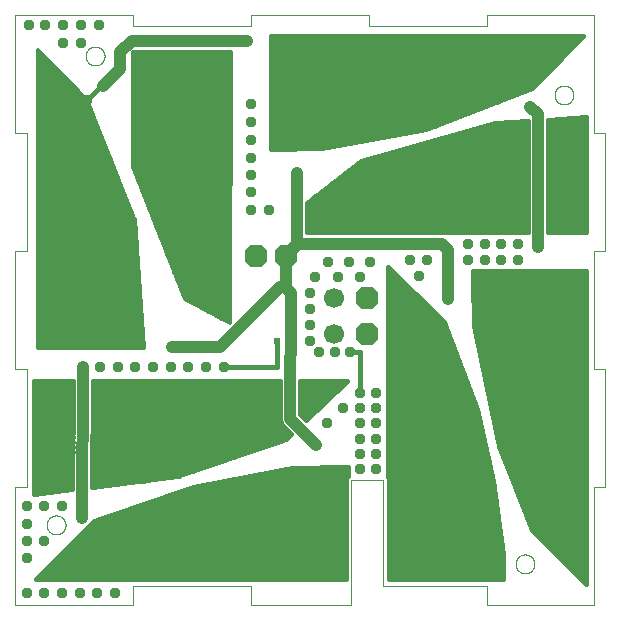
<source format=gbl>
G75*
%MOIN*%
%OFA0B0*%
%FSLAX25Y25*%
%IPPOS*%
%LPD*%
%AMOC8*
5,1,8,0,0,1.08239X$1,22.5*
%
%ADD10C,0.00004*%
%ADD11C,0.00000*%
%ADD12OC8,0.07600*%
%ADD13C,0.06693*%
%ADD14OC8,0.03562*%
%ADD15C,0.01181*%
%ADD16C,0.01600*%
%ADD17C,0.03562*%
%ADD18C,0.03937*%
%ADD19C,0.02381*%
D10*
X0001591Y0001591D02*
X0040961Y0001591D01*
X0040961Y0007890D01*
X0080331Y0007890D01*
X0080331Y0001591D01*
X0113795Y0001591D01*
X0113795Y0043323D01*
X0124425Y0043323D01*
X0124425Y0007890D01*
X0159071Y0007890D01*
X0159071Y0001591D01*
X0194504Y0001591D01*
X0194504Y0040961D01*
X0198441Y0040961D01*
X0198441Y0080331D01*
X0194504Y0080331D01*
X0194504Y0119701D01*
X0198441Y0119701D01*
X0198441Y0159071D01*
X0194504Y0159071D01*
X0194504Y0198441D01*
X0159071Y0198441D01*
X0159071Y0194504D01*
X0119701Y0194504D01*
X0119701Y0198441D01*
X0080331Y0198441D01*
X0080331Y0194504D01*
X0040961Y0194504D01*
X0040961Y0198441D01*
X0001591Y0198441D01*
X0001591Y0159071D01*
X0005528Y0159071D01*
X0005528Y0119701D01*
X0001591Y0119701D01*
X0001591Y0080331D01*
X0005528Y0080331D01*
X0005528Y0040961D01*
X0001591Y0040961D01*
X0001591Y0001591D01*
D11*
X0012220Y0028362D02*
X0012222Y0028474D01*
X0012228Y0028585D01*
X0012238Y0028697D01*
X0012252Y0028808D01*
X0012269Y0028918D01*
X0012291Y0029028D01*
X0012317Y0029137D01*
X0012346Y0029245D01*
X0012379Y0029351D01*
X0012416Y0029457D01*
X0012457Y0029561D01*
X0012502Y0029664D01*
X0012550Y0029765D01*
X0012601Y0029864D01*
X0012656Y0029961D01*
X0012715Y0030056D01*
X0012776Y0030150D01*
X0012841Y0030241D01*
X0012910Y0030329D01*
X0012981Y0030415D01*
X0013055Y0030499D01*
X0013133Y0030579D01*
X0013213Y0030657D01*
X0013296Y0030733D01*
X0013381Y0030805D01*
X0013469Y0030874D01*
X0013559Y0030940D01*
X0013652Y0031002D01*
X0013747Y0031062D01*
X0013844Y0031118D01*
X0013942Y0031170D01*
X0014043Y0031219D01*
X0014145Y0031264D01*
X0014249Y0031306D01*
X0014354Y0031344D01*
X0014461Y0031378D01*
X0014568Y0031408D01*
X0014677Y0031435D01*
X0014786Y0031457D01*
X0014897Y0031476D01*
X0015007Y0031491D01*
X0015119Y0031502D01*
X0015230Y0031509D01*
X0015342Y0031512D01*
X0015454Y0031511D01*
X0015566Y0031506D01*
X0015677Y0031497D01*
X0015788Y0031484D01*
X0015899Y0031467D01*
X0016009Y0031447D01*
X0016118Y0031422D01*
X0016226Y0031394D01*
X0016333Y0031361D01*
X0016439Y0031325D01*
X0016543Y0031285D01*
X0016646Y0031242D01*
X0016748Y0031195D01*
X0016847Y0031144D01*
X0016945Y0031090D01*
X0017041Y0031032D01*
X0017135Y0030971D01*
X0017226Y0030907D01*
X0017315Y0030840D01*
X0017402Y0030769D01*
X0017486Y0030695D01*
X0017568Y0030619D01*
X0017646Y0030539D01*
X0017722Y0030457D01*
X0017795Y0030372D01*
X0017865Y0030285D01*
X0017931Y0030195D01*
X0017995Y0030103D01*
X0018055Y0030009D01*
X0018112Y0029913D01*
X0018165Y0029814D01*
X0018215Y0029714D01*
X0018261Y0029613D01*
X0018304Y0029509D01*
X0018343Y0029404D01*
X0018378Y0029298D01*
X0018409Y0029191D01*
X0018437Y0029082D01*
X0018460Y0028973D01*
X0018480Y0028863D01*
X0018496Y0028752D01*
X0018508Y0028641D01*
X0018516Y0028530D01*
X0018520Y0028418D01*
X0018520Y0028306D01*
X0018516Y0028194D01*
X0018508Y0028083D01*
X0018496Y0027972D01*
X0018480Y0027861D01*
X0018460Y0027751D01*
X0018437Y0027642D01*
X0018409Y0027533D01*
X0018378Y0027426D01*
X0018343Y0027320D01*
X0018304Y0027215D01*
X0018261Y0027111D01*
X0018215Y0027010D01*
X0018165Y0026910D01*
X0018112Y0026811D01*
X0018055Y0026715D01*
X0017995Y0026621D01*
X0017931Y0026529D01*
X0017865Y0026439D01*
X0017795Y0026352D01*
X0017722Y0026267D01*
X0017646Y0026185D01*
X0017568Y0026105D01*
X0017486Y0026029D01*
X0017402Y0025955D01*
X0017315Y0025884D01*
X0017226Y0025817D01*
X0017135Y0025753D01*
X0017041Y0025692D01*
X0016945Y0025634D01*
X0016847Y0025580D01*
X0016748Y0025529D01*
X0016646Y0025482D01*
X0016543Y0025439D01*
X0016439Y0025399D01*
X0016333Y0025363D01*
X0016226Y0025330D01*
X0016118Y0025302D01*
X0016009Y0025277D01*
X0015899Y0025257D01*
X0015788Y0025240D01*
X0015677Y0025227D01*
X0015566Y0025218D01*
X0015454Y0025213D01*
X0015342Y0025212D01*
X0015230Y0025215D01*
X0015119Y0025222D01*
X0015007Y0025233D01*
X0014897Y0025248D01*
X0014786Y0025267D01*
X0014677Y0025289D01*
X0014568Y0025316D01*
X0014461Y0025346D01*
X0014354Y0025380D01*
X0014249Y0025418D01*
X0014145Y0025460D01*
X0014043Y0025505D01*
X0013942Y0025554D01*
X0013844Y0025606D01*
X0013747Y0025662D01*
X0013652Y0025722D01*
X0013559Y0025784D01*
X0013469Y0025850D01*
X0013381Y0025919D01*
X0013296Y0025991D01*
X0013213Y0026067D01*
X0013133Y0026145D01*
X0013055Y0026225D01*
X0012981Y0026309D01*
X0012910Y0026395D01*
X0012841Y0026483D01*
X0012776Y0026574D01*
X0012715Y0026668D01*
X0012656Y0026763D01*
X0012601Y0026860D01*
X0012550Y0026959D01*
X0012502Y0027060D01*
X0012457Y0027163D01*
X0012416Y0027267D01*
X0012379Y0027373D01*
X0012346Y0027479D01*
X0012317Y0027587D01*
X0012291Y0027696D01*
X0012269Y0027806D01*
X0012252Y0027916D01*
X0012238Y0028027D01*
X0012228Y0028139D01*
X0012222Y0028250D01*
X0012220Y0028362D01*
X0105921Y0092142D02*
X0105923Y0092230D01*
X0105929Y0092318D01*
X0105939Y0092406D01*
X0105953Y0092494D01*
X0105970Y0092580D01*
X0105992Y0092666D01*
X0106017Y0092750D01*
X0106047Y0092834D01*
X0106079Y0092916D01*
X0106116Y0092996D01*
X0106156Y0093075D01*
X0106200Y0093152D01*
X0106247Y0093227D01*
X0106297Y0093299D01*
X0106351Y0093370D01*
X0106407Y0093437D01*
X0106467Y0093503D01*
X0106529Y0093565D01*
X0106595Y0093625D01*
X0106662Y0093681D01*
X0106733Y0093735D01*
X0106805Y0093785D01*
X0106880Y0093832D01*
X0106957Y0093876D01*
X0107036Y0093916D01*
X0107116Y0093953D01*
X0107198Y0093985D01*
X0107282Y0094015D01*
X0107366Y0094040D01*
X0107452Y0094062D01*
X0107538Y0094079D01*
X0107626Y0094093D01*
X0107714Y0094103D01*
X0107802Y0094109D01*
X0107890Y0094111D01*
X0107978Y0094109D01*
X0108066Y0094103D01*
X0108154Y0094093D01*
X0108242Y0094079D01*
X0108328Y0094062D01*
X0108414Y0094040D01*
X0108498Y0094015D01*
X0108582Y0093985D01*
X0108664Y0093953D01*
X0108744Y0093916D01*
X0108823Y0093876D01*
X0108900Y0093832D01*
X0108975Y0093785D01*
X0109047Y0093735D01*
X0109118Y0093681D01*
X0109185Y0093625D01*
X0109251Y0093565D01*
X0109313Y0093503D01*
X0109373Y0093437D01*
X0109429Y0093370D01*
X0109483Y0093299D01*
X0109533Y0093227D01*
X0109580Y0093152D01*
X0109624Y0093075D01*
X0109664Y0092996D01*
X0109701Y0092916D01*
X0109733Y0092834D01*
X0109763Y0092750D01*
X0109788Y0092666D01*
X0109810Y0092580D01*
X0109827Y0092494D01*
X0109841Y0092406D01*
X0109851Y0092318D01*
X0109857Y0092230D01*
X0109859Y0092142D01*
X0109857Y0092054D01*
X0109851Y0091966D01*
X0109841Y0091878D01*
X0109827Y0091790D01*
X0109810Y0091704D01*
X0109788Y0091618D01*
X0109763Y0091534D01*
X0109733Y0091450D01*
X0109701Y0091368D01*
X0109664Y0091288D01*
X0109624Y0091209D01*
X0109580Y0091132D01*
X0109533Y0091057D01*
X0109483Y0090985D01*
X0109429Y0090914D01*
X0109373Y0090847D01*
X0109313Y0090781D01*
X0109251Y0090719D01*
X0109185Y0090659D01*
X0109118Y0090603D01*
X0109047Y0090549D01*
X0108975Y0090499D01*
X0108900Y0090452D01*
X0108823Y0090408D01*
X0108744Y0090368D01*
X0108664Y0090331D01*
X0108582Y0090299D01*
X0108498Y0090269D01*
X0108414Y0090244D01*
X0108328Y0090222D01*
X0108242Y0090205D01*
X0108154Y0090191D01*
X0108066Y0090181D01*
X0107978Y0090175D01*
X0107890Y0090173D01*
X0107802Y0090175D01*
X0107714Y0090181D01*
X0107626Y0090191D01*
X0107538Y0090205D01*
X0107452Y0090222D01*
X0107366Y0090244D01*
X0107282Y0090269D01*
X0107198Y0090299D01*
X0107116Y0090331D01*
X0107036Y0090368D01*
X0106957Y0090408D01*
X0106880Y0090452D01*
X0106805Y0090499D01*
X0106733Y0090549D01*
X0106662Y0090603D01*
X0106595Y0090659D01*
X0106529Y0090719D01*
X0106467Y0090781D01*
X0106407Y0090847D01*
X0106351Y0090914D01*
X0106297Y0090985D01*
X0106247Y0091057D01*
X0106200Y0091132D01*
X0106156Y0091209D01*
X0106116Y0091288D01*
X0106079Y0091368D01*
X0106047Y0091450D01*
X0106017Y0091534D01*
X0105992Y0091618D01*
X0105970Y0091704D01*
X0105953Y0091790D01*
X0105939Y0091878D01*
X0105929Y0091966D01*
X0105923Y0092054D01*
X0105921Y0092142D01*
X0105921Y0103953D02*
X0105923Y0104041D01*
X0105929Y0104129D01*
X0105939Y0104217D01*
X0105953Y0104305D01*
X0105970Y0104391D01*
X0105992Y0104477D01*
X0106017Y0104561D01*
X0106047Y0104645D01*
X0106079Y0104727D01*
X0106116Y0104807D01*
X0106156Y0104886D01*
X0106200Y0104963D01*
X0106247Y0105038D01*
X0106297Y0105110D01*
X0106351Y0105181D01*
X0106407Y0105248D01*
X0106467Y0105314D01*
X0106529Y0105376D01*
X0106595Y0105436D01*
X0106662Y0105492D01*
X0106733Y0105546D01*
X0106805Y0105596D01*
X0106880Y0105643D01*
X0106957Y0105687D01*
X0107036Y0105727D01*
X0107116Y0105764D01*
X0107198Y0105796D01*
X0107282Y0105826D01*
X0107366Y0105851D01*
X0107452Y0105873D01*
X0107538Y0105890D01*
X0107626Y0105904D01*
X0107714Y0105914D01*
X0107802Y0105920D01*
X0107890Y0105922D01*
X0107978Y0105920D01*
X0108066Y0105914D01*
X0108154Y0105904D01*
X0108242Y0105890D01*
X0108328Y0105873D01*
X0108414Y0105851D01*
X0108498Y0105826D01*
X0108582Y0105796D01*
X0108664Y0105764D01*
X0108744Y0105727D01*
X0108823Y0105687D01*
X0108900Y0105643D01*
X0108975Y0105596D01*
X0109047Y0105546D01*
X0109118Y0105492D01*
X0109185Y0105436D01*
X0109251Y0105376D01*
X0109313Y0105314D01*
X0109373Y0105248D01*
X0109429Y0105181D01*
X0109483Y0105110D01*
X0109533Y0105038D01*
X0109580Y0104963D01*
X0109624Y0104886D01*
X0109664Y0104807D01*
X0109701Y0104727D01*
X0109733Y0104645D01*
X0109763Y0104561D01*
X0109788Y0104477D01*
X0109810Y0104391D01*
X0109827Y0104305D01*
X0109841Y0104217D01*
X0109851Y0104129D01*
X0109857Y0104041D01*
X0109859Y0103953D01*
X0109857Y0103865D01*
X0109851Y0103777D01*
X0109841Y0103689D01*
X0109827Y0103601D01*
X0109810Y0103515D01*
X0109788Y0103429D01*
X0109763Y0103345D01*
X0109733Y0103261D01*
X0109701Y0103179D01*
X0109664Y0103099D01*
X0109624Y0103020D01*
X0109580Y0102943D01*
X0109533Y0102868D01*
X0109483Y0102796D01*
X0109429Y0102725D01*
X0109373Y0102658D01*
X0109313Y0102592D01*
X0109251Y0102530D01*
X0109185Y0102470D01*
X0109118Y0102414D01*
X0109047Y0102360D01*
X0108975Y0102310D01*
X0108900Y0102263D01*
X0108823Y0102219D01*
X0108744Y0102179D01*
X0108664Y0102142D01*
X0108582Y0102110D01*
X0108498Y0102080D01*
X0108414Y0102055D01*
X0108328Y0102033D01*
X0108242Y0102016D01*
X0108154Y0102002D01*
X0108066Y0101992D01*
X0107978Y0101986D01*
X0107890Y0101984D01*
X0107802Y0101986D01*
X0107714Y0101992D01*
X0107626Y0102002D01*
X0107538Y0102016D01*
X0107452Y0102033D01*
X0107366Y0102055D01*
X0107282Y0102080D01*
X0107198Y0102110D01*
X0107116Y0102142D01*
X0107036Y0102179D01*
X0106957Y0102219D01*
X0106880Y0102263D01*
X0106805Y0102310D01*
X0106733Y0102360D01*
X0106662Y0102414D01*
X0106595Y0102470D01*
X0106529Y0102530D01*
X0106467Y0102592D01*
X0106407Y0102658D01*
X0106351Y0102725D01*
X0106297Y0102796D01*
X0106247Y0102868D01*
X0106200Y0102943D01*
X0106156Y0103020D01*
X0106116Y0103099D01*
X0106079Y0103179D01*
X0106047Y0103261D01*
X0106017Y0103345D01*
X0105992Y0103429D01*
X0105970Y0103515D01*
X0105953Y0103601D01*
X0105939Y0103689D01*
X0105929Y0103777D01*
X0105923Y0103865D01*
X0105921Y0103953D01*
X0181511Y0171669D02*
X0181513Y0171781D01*
X0181519Y0171892D01*
X0181529Y0172004D01*
X0181543Y0172115D01*
X0181560Y0172225D01*
X0181582Y0172335D01*
X0181608Y0172444D01*
X0181637Y0172552D01*
X0181670Y0172658D01*
X0181707Y0172764D01*
X0181748Y0172868D01*
X0181793Y0172971D01*
X0181841Y0173072D01*
X0181892Y0173171D01*
X0181947Y0173268D01*
X0182006Y0173363D01*
X0182067Y0173457D01*
X0182132Y0173548D01*
X0182201Y0173636D01*
X0182272Y0173722D01*
X0182346Y0173806D01*
X0182424Y0173886D01*
X0182504Y0173964D01*
X0182587Y0174040D01*
X0182672Y0174112D01*
X0182760Y0174181D01*
X0182850Y0174247D01*
X0182943Y0174309D01*
X0183038Y0174369D01*
X0183135Y0174425D01*
X0183233Y0174477D01*
X0183334Y0174526D01*
X0183436Y0174571D01*
X0183540Y0174613D01*
X0183645Y0174651D01*
X0183752Y0174685D01*
X0183859Y0174715D01*
X0183968Y0174742D01*
X0184077Y0174764D01*
X0184188Y0174783D01*
X0184298Y0174798D01*
X0184410Y0174809D01*
X0184521Y0174816D01*
X0184633Y0174819D01*
X0184745Y0174818D01*
X0184857Y0174813D01*
X0184968Y0174804D01*
X0185079Y0174791D01*
X0185190Y0174774D01*
X0185300Y0174754D01*
X0185409Y0174729D01*
X0185517Y0174701D01*
X0185624Y0174668D01*
X0185730Y0174632D01*
X0185834Y0174592D01*
X0185937Y0174549D01*
X0186039Y0174502D01*
X0186138Y0174451D01*
X0186236Y0174397D01*
X0186332Y0174339D01*
X0186426Y0174278D01*
X0186517Y0174214D01*
X0186606Y0174147D01*
X0186693Y0174076D01*
X0186777Y0174002D01*
X0186859Y0173926D01*
X0186937Y0173846D01*
X0187013Y0173764D01*
X0187086Y0173679D01*
X0187156Y0173592D01*
X0187222Y0173502D01*
X0187286Y0173410D01*
X0187346Y0173316D01*
X0187403Y0173220D01*
X0187456Y0173121D01*
X0187506Y0173021D01*
X0187552Y0172920D01*
X0187595Y0172816D01*
X0187634Y0172711D01*
X0187669Y0172605D01*
X0187700Y0172498D01*
X0187728Y0172389D01*
X0187751Y0172280D01*
X0187771Y0172170D01*
X0187787Y0172059D01*
X0187799Y0171948D01*
X0187807Y0171837D01*
X0187811Y0171725D01*
X0187811Y0171613D01*
X0187807Y0171501D01*
X0187799Y0171390D01*
X0187787Y0171279D01*
X0187771Y0171168D01*
X0187751Y0171058D01*
X0187728Y0170949D01*
X0187700Y0170840D01*
X0187669Y0170733D01*
X0187634Y0170627D01*
X0187595Y0170522D01*
X0187552Y0170418D01*
X0187506Y0170317D01*
X0187456Y0170217D01*
X0187403Y0170118D01*
X0187346Y0170022D01*
X0187286Y0169928D01*
X0187222Y0169836D01*
X0187156Y0169746D01*
X0187086Y0169659D01*
X0187013Y0169574D01*
X0186937Y0169492D01*
X0186859Y0169412D01*
X0186777Y0169336D01*
X0186693Y0169262D01*
X0186606Y0169191D01*
X0186517Y0169124D01*
X0186426Y0169060D01*
X0186332Y0168999D01*
X0186236Y0168941D01*
X0186138Y0168887D01*
X0186039Y0168836D01*
X0185937Y0168789D01*
X0185834Y0168746D01*
X0185730Y0168706D01*
X0185624Y0168670D01*
X0185517Y0168637D01*
X0185409Y0168609D01*
X0185300Y0168584D01*
X0185190Y0168564D01*
X0185079Y0168547D01*
X0184968Y0168534D01*
X0184857Y0168525D01*
X0184745Y0168520D01*
X0184633Y0168519D01*
X0184521Y0168522D01*
X0184410Y0168529D01*
X0184298Y0168540D01*
X0184188Y0168555D01*
X0184077Y0168574D01*
X0183968Y0168596D01*
X0183859Y0168623D01*
X0183752Y0168653D01*
X0183645Y0168687D01*
X0183540Y0168725D01*
X0183436Y0168767D01*
X0183334Y0168812D01*
X0183233Y0168861D01*
X0183135Y0168913D01*
X0183038Y0168969D01*
X0182943Y0169029D01*
X0182850Y0169091D01*
X0182760Y0169157D01*
X0182672Y0169226D01*
X0182587Y0169298D01*
X0182504Y0169374D01*
X0182424Y0169452D01*
X0182346Y0169532D01*
X0182272Y0169616D01*
X0182201Y0169702D01*
X0182132Y0169790D01*
X0182067Y0169881D01*
X0182006Y0169975D01*
X0181947Y0170070D01*
X0181892Y0170167D01*
X0181841Y0170266D01*
X0181793Y0170367D01*
X0181748Y0170470D01*
X0181707Y0170574D01*
X0181670Y0170680D01*
X0181637Y0170786D01*
X0181608Y0170894D01*
X0181582Y0171003D01*
X0181560Y0171113D01*
X0181543Y0171223D01*
X0181529Y0171334D01*
X0181519Y0171446D01*
X0181513Y0171557D01*
X0181511Y0171669D01*
X0025212Y0184661D02*
X0025214Y0184773D01*
X0025220Y0184884D01*
X0025230Y0184996D01*
X0025244Y0185107D01*
X0025261Y0185217D01*
X0025283Y0185327D01*
X0025309Y0185436D01*
X0025338Y0185544D01*
X0025371Y0185650D01*
X0025408Y0185756D01*
X0025449Y0185860D01*
X0025494Y0185963D01*
X0025542Y0186064D01*
X0025593Y0186163D01*
X0025648Y0186260D01*
X0025707Y0186355D01*
X0025768Y0186449D01*
X0025833Y0186540D01*
X0025902Y0186628D01*
X0025973Y0186714D01*
X0026047Y0186798D01*
X0026125Y0186878D01*
X0026205Y0186956D01*
X0026288Y0187032D01*
X0026373Y0187104D01*
X0026461Y0187173D01*
X0026551Y0187239D01*
X0026644Y0187301D01*
X0026739Y0187361D01*
X0026836Y0187417D01*
X0026934Y0187469D01*
X0027035Y0187518D01*
X0027137Y0187563D01*
X0027241Y0187605D01*
X0027346Y0187643D01*
X0027453Y0187677D01*
X0027560Y0187707D01*
X0027669Y0187734D01*
X0027778Y0187756D01*
X0027889Y0187775D01*
X0027999Y0187790D01*
X0028111Y0187801D01*
X0028222Y0187808D01*
X0028334Y0187811D01*
X0028446Y0187810D01*
X0028558Y0187805D01*
X0028669Y0187796D01*
X0028780Y0187783D01*
X0028891Y0187766D01*
X0029001Y0187746D01*
X0029110Y0187721D01*
X0029218Y0187693D01*
X0029325Y0187660D01*
X0029431Y0187624D01*
X0029535Y0187584D01*
X0029638Y0187541D01*
X0029740Y0187494D01*
X0029839Y0187443D01*
X0029937Y0187389D01*
X0030033Y0187331D01*
X0030127Y0187270D01*
X0030218Y0187206D01*
X0030307Y0187139D01*
X0030394Y0187068D01*
X0030478Y0186994D01*
X0030560Y0186918D01*
X0030638Y0186838D01*
X0030714Y0186756D01*
X0030787Y0186671D01*
X0030857Y0186584D01*
X0030923Y0186494D01*
X0030987Y0186402D01*
X0031047Y0186308D01*
X0031104Y0186212D01*
X0031157Y0186113D01*
X0031207Y0186013D01*
X0031253Y0185912D01*
X0031296Y0185808D01*
X0031335Y0185703D01*
X0031370Y0185597D01*
X0031401Y0185490D01*
X0031429Y0185381D01*
X0031452Y0185272D01*
X0031472Y0185162D01*
X0031488Y0185051D01*
X0031500Y0184940D01*
X0031508Y0184829D01*
X0031512Y0184717D01*
X0031512Y0184605D01*
X0031508Y0184493D01*
X0031500Y0184382D01*
X0031488Y0184271D01*
X0031472Y0184160D01*
X0031452Y0184050D01*
X0031429Y0183941D01*
X0031401Y0183832D01*
X0031370Y0183725D01*
X0031335Y0183619D01*
X0031296Y0183514D01*
X0031253Y0183410D01*
X0031207Y0183309D01*
X0031157Y0183209D01*
X0031104Y0183110D01*
X0031047Y0183014D01*
X0030987Y0182920D01*
X0030923Y0182828D01*
X0030857Y0182738D01*
X0030787Y0182651D01*
X0030714Y0182566D01*
X0030638Y0182484D01*
X0030560Y0182404D01*
X0030478Y0182328D01*
X0030394Y0182254D01*
X0030307Y0182183D01*
X0030218Y0182116D01*
X0030127Y0182052D01*
X0030033Y0181991D01*
X0029937Y0181933D01*
X0029839Y0181879D01*
X0029740Y0181828D01*
X0029638Y0181781D01*
X0029535Y0181738D01*
X0029431Y0181698D01*
X0029325Y0181662D01*
X0029218Y0181629D01*
X0029110Y0181601D01*
X0029001Y0181576D01*
X0028891Y0181556D01*
X0028780Y0181539D01*
X0028669Y0181526D01*
X0028558Y0181517D01*
X0028446Y0181512D01*
X0028334Y0181511D01*
X0028222Y0181514D01*
X0028111Y0181521D01*
X0027999Y0181532D01*
X0027889Y0181547D01*
X0027778Y0181566D01*
X0027669Y0181588D01*
X0027560Y0181615D01*
X0027453Y0181645D01*
X0027346Y0181679D01*
X0027241Y0181717D01*
X0027137Y0181759D01*
X0027035Y0181804D01*
X0026934Y0181853D01*
X0026836Y0181905D01*
X0026739Y0181961D01*
X0026644Y0182021D01*
X0026551Y0182083D01*
X0026461Y0182149D01*
X0026373Y0182218D01*
X0026288Y0182290D01*
X0026205Y0182366D01*
X0026125Y0182444D01*
X0026047Y0182524D01*
X0025973Y0182608D01*
X0025902Y0182694D01*
X0025833Y0182782D01*
X0025768Y0182873D01*
X0025707Y0182967D01*
X0025648Y0183062D01*
X0025593Y0183159D01*
X0025542Y0183258D01*
X0025494Y0183359D01*
X0025449Y0183462D01*
X0025408Y0183566D01*
X0025371Y0183672D01*
X0025338Y0183778D01*
X0025309Y0183886D01*
X0025283Y0183995D01*
X0025261Y0184105D01*
X0025244Y0184215D01*
X0025230Y0184326D01*
X0025220Y0184438D01*
X0025214Y0184549D01*
X0025212Y0184661D01*
X0168519Y0015370D02*
X0168521Y0015482D01*
X0168527Y0015593D01*
X0168537Y0015705D01*
X0168551Y0015816D01*
X0168568Y0015926D01*
X0168590Y0016036D01*
X0168616Y0016145D01*
X0168645Y0016253D01*
X0168678Y0016359D01*
X0168715Y0016465D01*
X0168756Y0016569D01*
X0168801Y0016672D01*
X0168849Y0016773D01*
X0168900Y0016872D01*
X0168955Y0016969D01*
X0169014Y0017064D01*
X0169075Y0017158D01*
X0169140Y0017249D01*
X0169209Y0017337D01*
X0169280Y0017423D01*
X0169354Y0017507D01*
X0169432Y0017587D01*
X0169512Y0017665D01*
X0169595Y0017741D01*
X0169680Y0017813D01*
X0169768Y0017882D01*
X0169858Y0017948D01*
X0169951Y0018010D01*
X0170046Y0018070D01*
X0170143Y0018126D01*
X0170241Y0018178D01*
X0170342Y0018227D01*
X0170444Y0018272D01*
X0170548Y0018314D01*
X0170653Y0018352D01*
X0170760Y0018386D01*
X0170867Y0018416D01*
X0170976Y0018443D01*
X0171085Y0018465D01*
X0171196Y0018484D01*
X0171306Y0018499D01*
X0171418Y0018510D01*
X0171529Y0018517D01*
X0171641Y0018520D01*
X0171753Y0018519D01*
X0171865Y0018514D01*
X0171976Y0018505D01*
X0172087Y0018492D01*
X0172198Y0018475D01*
X0172308Y0018455D01*
X0172417Y0018430D01*
X0172525Y0018402D01*
X0172632Y0018369D01*
X0172738Y0018333D01*
X0172842Y0018293D01*
X0172945Y0018250D01*
X0173047Y0018203D01*
X0173146Y0018152D01*
X0173244Y0018098D01*
X0173340Y0018040D01*
X0173434Y0017979D01*
X0173525Y0017915D01*
X0173614Y0017848D01*
X0173701Y0017777D01*
X0173785Y0017703D01*
X0173867Y0017627D01*
X0173945Y0017547D01*
X0174021Y0017465D01*
X0174094Y0017380D01*
X0174164Y0017293D01*
X0174230Y0017203D01*
X0174294Y0017111D01*
X0174354Y0017017D01*
X0174411Y0016921D01*
X0174464Y0016822D01*
X0174514Y0016722D01*
X0174560Y0016621D01*
X0174603Y0016517D01*
X0174642Y0016412D01*
X0174677Y0016306D01*
X0174708Y0016199D01*
X0174736Y0016090D01*
X0174759Y0015981D01*
X0174779Y0015871D01*
X0174795Y0015760D01*
X0174807Y0015649D01*
X0174815Y0015538D01*
X0174819Y0015426D01*
X0174819Y0015314D01*
X0174815Y0015202D01*
X0174807Y0015091D01*
X0174795Y0014980D01*
X0174779Y0014869D01*
X0174759Y0014759D01*
X0174736Y0014650D01*
X0174708Y0014541D01*
X0174677Y0014434D01*
X0174642Y0014328D01*
X0174603Y0014223D01*
X0174560Y0014119D01*
X0174514Y0014018D01*
X0174464Y0013918D01*
X0174411Y0013819D01*
X0174354Y0013723D01*
X0174294Y0013629D01*
X0174230Y0013537D01*
X0174164Y0013447D01*
X0174094Y0013360D01*
X0174021Y0013275D01*
X0173945Y0013193D01*
X0173867Y0013113D01*
X0173785Y0013037D01*
X0173701Y0012963D01*
X0173614Y0012892D01*
X0173525Y0012825D01*
X0173434Y0012761D01*
X0173340Y0012700D01*
X0173244Y0012642D01*
X0173146Y0012588D01*
X0173047Y0012537D01*
X0172945Y0012490D01*
X0172842Y0012447D01*
X0172738Y0012407D01*
X0172632Y0012371D01*
X0172525Y0012338D01*
X0172417Y0012310D01*
X0172308Y0012285D01*
X0172198Y0012265D01*
X0172087Y0012248D01*
X0171976Y0012235D01*
X0171865Y0012226D01*
X0171753Y0012221D01*
X0171641Y0012220D01*
X0171529Y0012223D01*
X0171418Y0012230D01*
X0171306Y0012241D01*
X0171196Y0012256D01*
X0171085Y0012275D01*
X0170976Y0012297D01*
X0170867Y0012324D01*
X0170760Y0012354D01*
X0170653Y0012388D01*
X0170548Y0012426D01*
X0170444Y0012468D01*
X0170342Y0012513D01*
X0170241Y0012562D01*
X0170143Y0012614D01*
X0170046Y0012670D01*
X0169951Y0012730D01*
X0169858Y0012792D01*
X0169768Y0012858D01*
X0169680Y0012927D01*
X0169595Y0012999D01*
X0169512Y0013075D01*
X0169432Y0013153D01*
X0169354Y0013233D01*
X0169280Y0013317D01*
X0169209Y0013403D01*
X0169140Y0013491D01*
X0169075Y0013582D01*
X0169014Y0013676D01*
X0168955Y0013771D01*
X0168900Y0013868D01*
X0168849Y0013967D01*
X0168801Y0014068D01*
X0168756Y0014171D01*
X0168715Y0014275D01*
X0168678Y0014381D01*
X0168645Y0014487D01*
X0168616Y0014595D01*
X0168590Y0014704D01*
X0168568Y0014814D01*
X0168551Y0014924D01*
X0168537Y0015035D01*
X0168527Y0015147D01*
X0168521Y0015258D01*
X0168519Y0015370D01*
D12*
X0118913Y0092142D03*
X0118913Y0103953D03*
X0091945Y0118126D03*
X0081906Y0118126D03*
D13*
X0107890Y0103953D03*
X0107890Y0092142D03*
D14*
X0100016Y0089780D03*
X0103165Y0085843D03*
X0108283Y0085843D03*
X0113402Y0085843D03*
X0116551Y0072457D03*
X0116551Y0067339D03*
X0116551Y0062220D03*
X0116551Y0057102D03*
X0116551Y0051984D03*
X0116551Y0046866D03*
X0122063Y0046866D03*
X0122063Y0051984D03*
X0127181Y0050803D03*
X0122063Y0057102D03*
X0127181Y0060646D03*
X0122063Y0062220D03*
X0122063Y0067339D03*
X0127181Y0070488D03*
X0122063Y0072457D03*
X0127181Y0080331D03*
X0127181Y0090173D03*
X0137024Y0090173D03*
X0145291Y0090173D03*
X0146866Y0080331D03*
X0137024Y0080331D03*
X0137024Y0070488D03*
X0146866Y0070488D03*
X0152772Y0070488D03*
X0161433Y0072457D03*
X0171276Y0072457D03*
X0181118Y0072457D03*
X0181118Y0082299D03*
X0171276Y0082299D03*
X0171276Y0092142D03*
X0171276Y0101984D03*
X0181118Y0101984D03*
X0181118Y0092142D03*
X0190961Y0092142D03*
X0190961Y0101984D03*
X0190961Y0111827D03*
X0181118Y0111827D03*
X0171276Y0111827D03*
X0169307Y0116551D03*
X0163795Y0116551D03*
X0158283Y0116551D03*
X0157890Y0111827D03*
X0152772Y0116551D03*
X0152772Y0122063D03*
X0151591Y0127181D03*
X0158283Y0122063D03*
X0163795Y0122063D03*
X0161433Y0127181D03*
X0169307Y0122063D03*
X0171276Y0127181D03*
X0181118Y0127181D03*
X0181118Y0137024D03*
X0181118Y0146866D03*
X0171276Y0146866D03*
X0171276Y0137024D03*
X0161433Y0137024D03*
X0161433Y0146866D03*
X0151591Y0146866D03*
X0151591Y0137024D03*
X0141748Y0137024D03*
X0141748Y0146866D03*
X0136630Y0153953D03*
X0131906Y0146866D03*
X0122063Y0146866D03*
X0122063Y0137024D03*
X0131906Y0137024D03*
X0131906Y0127181D03*
X0122063Y0127181D03*
X0112220Y0127181D03*
X0102378Y0127181D03*
X0102378Y0137024D03*
X0112220Y0137024D03*
X0112220Y0144504D03*
X0107890Y0155921D03*
X0107890Y0160646D03*
X0098047Y0160646D03*
X0098047Y0155134D03*
X0088205Y0154740D03*
X0088205Y0160646D03*
X0080331Y0162614D03*
X0080331Y0156709D03*
X0080331Y0150803D03*
X0080331Y0144898D03*
X0080331Y0139386D03*
X0080331Y0133480D03*
X0086236Y0133480D03*
X0070882Y0129937D03*
X0063008Y0129937D03*
X0063008Y0120094D03*
X0070882Y0120094D03*
X0070882Y0112220D03*
X0062614Y0112220D03*
X0062614Y0103953D03*
X0070882Y0101591D03*
X0053953Y0087811D03*
X0053559Y0081118D03*
X0047654Y0081118D03*
X0041748Y0081118D03*
X0035843Y0081118D03*
X0029937Y0081118D03*
X0029150Y0074819D03*
X0038992Y0074819D03*
X0038992Y0064976D03*
X0038992Y0055134D03*
X0029150Y0055134D03*
X0029150Y0064976D03*
X0019307Y0064976D03*
X0019307Y0055134D03*
X0009465Y0055134D03*
X0009465Y0064976D03*
X0009465Y0074819D03*
X0019307Y0074819D03*
X0019701Y0088992D03*
X0011039Y0088992D03*
X0011039Y0098047D03*
X0019701Y0098047D03*
X0019701Y0107890D03*
X0011039Y0107890D03*
X0011039Y0117732D03*
X0019701Y0117732D03*
X0029543Y0117732D03*
X0029543Y0107890D03*
X0029543Y0098047D03*
X0029543Y0088992D03*
X0039780Y0088992D03*
X0039780Y0098047D03*
X0039780Y0107890D03*
X0039780Y0117732D03*
X0039780Y0127575D03*
X0029543Y0127575D03*
X0019701Y0127575D03*
X0011039Y0127575D03*
X0011039Y0137417D03*
X0019701Y0137417D03*
X0029543Y0137417D03*
X0029543Y0147260D03*
X0019701Y0147260D03*
X0011039Y0147260D03*
X0011039Y0157102D03*
X0019701Y0157102D03*
X0028756Y0157102D03*
X0019701Y0166945D03*
X0025606Y0170094D03*
X0018913Y0174425D03*
X0011039Y0174425D03*
X0011039Y0166945D03*
X0011039Y0182693D03*
X0017732Y0188992D03*
X0017732Y0194898D03*
X0011827Y0194898D03*
X0006315Y0194898D03*
X0023638Y0194898D03*
X0029543Y0194898D03*
X0023638Y0188992D03*
X0042929Y0179150D03*
X0042929Y0169307D03*
X0042929Y0159465D03*
X0042929Y0149622D03*
X0053165Y0149622D03*
X0053165Y0139780D03*
X0063008Y0139780D03*
X0070882Y0140173D03*
X0070882Y0149622D03*
X0063008Y0149622D03*
X0063008Y0159465D03*
X0070882Y0159465D03*
X0071276Y0169307D03*
X0063008Y0169307D03*
X0063008Y0179150D03*
X0071276Y0179150D03*
X0080331Y0168520D03*
X0088205Y0170488D03*
X0098047Y0170488D03*
X0107890Y0170488D03*
X0117732Y0170488D03*
X0117732Y0160646D03*
X0127575Y0160646D03*
X0127575Y0170488D03*
X0137417Y0170488D03*
X0137417Y0161827D03*
X0147260Y0170488D03*
X0157102Y0170488D03*
X0157102Y0180331D03*
X0147260Y0180331D03*
X0147260Y0190173D03*
X0157102Y0190173D03*
X0166945Y0190173D03*
X0166945Y0180331D03*
X0166945Y0173244D03*
X0176787Y0180331D03*
X0176787Y0190173D03*
X0186630Y0190173D03*
X0190961Y0160252D03*
X0181118Y0160252D03*
X0171276Y0159858D03*
X0161433Y0158283D03*
X0151591Y0156709D03*
X0137417Y0180331D03*
X0127575Y0180331D03*
X0127575Y0190173D03*
X0137417Y0190173D03*
X0117732Y0190173D03*
X0107890Y0190173D03*
X0098047Y0190173D03*
X0088205Y0190173D03*
X0088205Y0180331D03*
X0098047Y0180331D03*
X0107890Y0180331D03*
X0117732Y0180331D03*
X0141748Y0127181D03*
X0138992Y0116551D03*
X0133480Y0116551D03*
X0136236Y0111433D03*
X0127181Y0109858D03*
X0120094Y0116157D03*
X0116551Y0111039D03*
X0113008Y0116157D03*
X0109465Y0111039D03*
X0105921Y0116157D03*
X0101591Y0111039D03*
X0100016Y0105528D03*
X0100016Y0100409D03*
X0100016Y0094898D03*
X0098047Y0074819D03*
X0098047Y0067732D03*
X0105528Y0062220D03*
X0111039Y0067339D03*
X0088205Y0064976D03*
X0088205Y0057102D03*
X0078362Y0055134D03*
X0068520Y0055134D03*
X0068520Y0064976D03*
X0078362Y0064976D03*
X0078362Y0074819D03*
X0071276Y0081118D03*
X0065370Y0081118D03*
X0059465Y0081118D03*
X0058677Y0074819D03*
X0048835Y0074819D03*
X0048835Y0064976D03*
X0048835Y0055134D03*
X0058677Y0055134D03*
X0058677Y0046866D03*
X0062220Y0039386D03*
X0062220Y0031118D03*
X0052378Y0031118D03*
X0052378Y0021276D03*
X0062220Y0021276D03*
X0062220Y0011433D03*
X0052378Y0011433D03*
X0042535Y0011433D03*
X0035055Y0005528D03*
X0029150Y0005528D03*
X0023244Y0005528D03*
X0017339Y0005528D03*
X0011433Y0005528D03*
X0005528Y0005528D03*
X0013008Y0011433D03*
X0005528Y0017339D03*
X0005528Y0022850D03*
X0011433Y0022850D03*
X0005528Y0028756D03*
X0005528Y0034661D03*
X0011433Y0034661D03*
X0017339Y0034661D03*
X0019307Y0045291D03*
X0009465Y0045291D03*
X0029150Y0045291D03*
X0038992Y0045291D03*
X0048835Y0045291D03*
X0042535Y0031118D03*
X0042535Y0021276D03*
X0032693Y0021276D03*
X0032693Y0029937D03*
X0022850Y0021276D03*
X0022850Y0011433D03*
X0032693Y0011433D03*
X0072063Y0011433D03*
X0081906Y0011433D03*
X0091748Y0011433D03*
X0101591Y0011433D03*
X0110646Y0011433D03*
X0110646Y0021276D03*
X0101591Y0021276D03*
X0101591Y0031118D03*
X0110646Y0031118D03*
X0110646Y0040961D03*
X0101591Y0040961D03*
X0091748Y0040961D03*
X0081906Y0040961D03*
X0072063Y0040961D03*
X0072063Y0031118D03*
X0081906Y0031118D03*
X0091748Y0031118D03*
X0091748Y0021276D03*
X0081906Y0021276D03*
X0072063Y0021276D03*
X0058677Y0064976D03*
X0068520Y0074819D03*
X0088205Y0074819D03*
X0127181Y0100016D03*
X0137024Y0100016D03*
X0158283Y0101984D03*
X0159071Y0092142D03*
X0159858Y0082299D03*
X0163008Y0062614D03*
X0155528Y0060646D03*
X0146866Y0060646D03*
X0137024Y0060646D03*
X0137024Y0050803D03*
X0146866Y0050803D03*
X0146866Y0040961D03*
X0137024Y0040961D03*
X0127575Y0040961D03*
X0127575Y0031118D03*
X0137024Y0031118D03*
X0146866Y0031118D03*
X0146866Y0021276D03*
X0137024Y0021276D03*
X0127575Y0021276D03*
X0127575Y0011433D03*
X0137024Y0011433D03*
X0146866Y0011433D03*
X0161827Y0011433D03*
X0161827Y0021276D03*
X0160646Y0031118D03*
X0159071Y0040961D03*
X0156709Y0050803D03*
X0165370Y0052772D03*
X0171276Y0052772D03*
X0181118Y0052772D03*
X0181118Y0062614D03*
X0171276Y0062614D03*
X0190961Y0062614D03*
X0190961Y0052772D03*
X0190961Y0042929D03*
X0190961Y0033087D03*
X0181118Y0033087D03*
X0173638Y0033087D03*
X0171276Y0042929D03*
X0181118Y0042929D03*
X0181118Y0023244D03*
X0190961Y0023244D03*
X0190961Y0013402D03*
X0190961Y0072457D03*
X0190961Y0082299D03*
X0190961Y0127181D03*
X0190961Y0137024D03*
X0190961Y0146866D03*
X0053165Y0159465D03*
X0053165Y0169307D03*
X0053165Y0179150D03*
X0053165Y0129937D03*
X0053165Y0120094D03*
D15*
X0052001Y0119552D02*
X0073348Y0119552D01*
X0073353Y0120732D02*
X0051537Y0120732D01*
X0051074Y0121911D02*
X0073359Y0121911D01*
X0073364Y0123091D02*
X0050610Y0123091D01*
X0050147Y0124270D02*
X0073369Y0124270D01*
X0073374Y0125450D02*
X0049683Y0125450D01*
X0049220Y0126630D02*
X0073379Y0126630D01*
X0073384Y0127809D02*
X0048757Y0127809D01*
X0048293Y0128989D02*
X0073390Y0128989D01*
X0073395Y0130168D02*
X0047830Y0130168D01*
X0047366Y0131348D02*
X0073400Y0131348D01*
X0073405Y0132528D02*
X0046903Y0132528D01*
X0046440Y0133707D02*
X0073410Y0133707D01*
X0073415Y0134887D02*
X0045976Y0134887D01*
X0045513Y0136067D02*
X0073420Y0136067D01*
X0073426Y0137246D02*
X0045049Y0137246D01*
X0044586Y0138426D02*
X0073431Y0138426D01*
X0073436Y0139605D02*
X0044122Y0139605D01*
X0043659Y0140785D02*
X0073441Y0140785D01*
X0073446Y0141965D02*
X0043196Y0141965D01*
X0042732Y0143144D02*
X0073451Y0143144D01*
X0073456Y0144324D02*
X0042269Y0144324D01*
X0041805Y0145503D02*
X0073462Y0145503D01*
X0073467Y0146683D02*
X0041342Y0146683D01*
X0040961Y0147654D02*
X0040961Y0185706D01*
X0041097Y0185843D01*
X0073638Y0185843D01*
X0073244Y0095685D01*
X0058283Y0103559D01*
X0040961Y0147654D01*
X0040961Y0147863D02*
X0073472Y0147863D01*
X0073477Y0149042D02*
X0040961Y0149042D01*
X0040961Y0150222D02*
X0073482Y0150222D01*
X0073487Y0151401D02*
X0040961Y0151401D01*
X0040961Y0152581D02*
X0073493Y0152581D01*
X0073498Y0153761D02*
X0040961Y0153761D01*
X0040961Y0154940D02*
X0073503Y0154940D01*
X0073508Y0156120D02*
X0040961Y0156120D01*
X0040961Y0157300D02*
X0073513Y0157300D01*
X0073518Y0158479D02*
X0040961Y0158479D01*
X0040961Y0159659D02*
X0073523Y0159659D01*
X0073529Y0160838D02*
X0040961Y0160838D01*
X0040961Y0162018D02*
X0073534Y0162018D01*
X0073539Y0163198D02*
X0040961Y0163198D01*
X0040961Y0164377D02*
X0073544Y0164377D01*
X0073549Y0165557D02*
X0040961Y0165557D01*
X0040961Y0166736D02*
X0073554Y0166736D01*
X0073560Y0167916D02*
X0040961Y0167916D01*
X0040961Y0169096D02*
X0073565Y0169096D01*
X0073570Y0170275D02*
X0040961Y0170275D01*
X0040961Y0171455D02*
X0073575Y0171455D01*
X0073580Y0172635D02*
X0040961Y0172635D01*
X0040961Y0173814D02*
X0073585Y0173814D01*
X0073590Y0174994D02*
X0040961Y0174994D01*
X0040961Y0176173D02*
X0073596Y0176173D01*
X0073601Y0177353D02*
X0040961Y0177353D01*
X0040961Y0178533D02*
X0073606Y0178533D01*
X0073611Y0179712D02*
X0040961Y0179712D01*
X0040961Y0180892D02*
X0073616Y0180892D01*
X0073621Y0182071D02*
X0040961Y0182071D01*
X0040961Y0183251D02*
X0073626Y0183251D01*
X0073632Y0184431D02*
X0040961Y0184431D01*
X0040961Y0185610D02*
X0073637Y0185610D01*
X0034456Y0147863D02*
X0009465Y0147863D01*
X0009465Y0149042D02*
X0033986Y0149042D01*
X0033517Y0150222D02*
X0009465Y0150222D01*
X0009465Y0151401D02*
X0033047Y0151401D01*
X0032578Y0152581D02*
X0009465Y0152581D01*
X0009465Y0153761D02*
X0032108Y0153761D01*
X0031639Y0154940D02*
X0009465Y0154940D01*
X0009465Y0156120D02*
X0031169Y0156120D01*
X0030699Y0157300D02*
X0009465Y0157300D01*
X0009465Y0158479D02*
X0030230Y0158479D01*
X0029760Y0159659D02*
X0009465Y0159659D01*
X0009465Y0160838D02*
X0029291Y0160838D01*
X0028821Y0162018D02*
X0009465Y0162018D01*
X0009465Y0163198D02*
X0028352Y0163198D01*
X0027882Y0164377D02*
X0009465Y0164377D01*
X0009465Y0165557D02*
X0027413Y0165557D01*
X0026943Y0166736D02*
X0009465Y0166736D01*
X0009465Y0167916D02*
X0026473Y0167916D01*
X0026004Y0169096D02*
X0009465Y0169096D01*
X0009465Y0170275D02*
X0025430Y0170275D01*
X0025606Y0170094D02*
X0041748Y0129543D01*
X0044504Y0087417D01*
X0009465Y0087417D01*
X0009465Y0186630D01*
X0025606Y0170094D01*
X0024278Y0171455D02*
X0009465Y0171455D01*
X0009465Y0172635D02*
X0023127Y0172635D01*
X0021975Y0173814D02*
X0009465Y0173814D01*
X0009465Y0174994D02*
X0020824Y0174994D01*
X0019672Y0176173D02*
X0009465Y0176173D01*
X0009465Y0177353D02*
X0018521Y0177353D01*
X0017369Y0178533D02*
X0009465Y0178533D01*
X0009465Y0179712D02*
X0016218Y0179712D01*
X0015066Y0180892D02*
X0009465Y0180892D01*
X0009465Y0182071D02*
X0013915Y0182071D01*
X0012763Y0183251D02*
X0009465Y0183251D01*
X0009465Y0184431D02*
X0011611Y0184431D01*
X0010460Y0185610D02*
X0009465Y0185610D01*
X0009465Y0146683D02*
X0034925Y0146683D01*
X0035395Y0145503D02*
X0009465Y0145503D01*
X0009465Y0144324D02*
X0035865Y0144324D01*
X0036334Y0143144D02*
X0009465Y0143144D01*
X0009465Y0141965D02*
X0036804Y0141965D01*
X0037273Y0140785D02*
X0009465Y0140785D01*
X0009465Y0139605D02*
X0037743Y0139605D01*
X0038212Y0138426D02*
X0009465Y0138426D01*
X0009465Y0137246D02*
X0038682Y0137246D01*
X0039151Y0136067D02*
X0009465Y0136067D01*
X0009465Y0134887D02*
X0039621Y0134887D01*
X0040091Y0133707D02*
X0009465Y0133707D01*
X0009465Y0132528D02*
X0040560Y0132528D01*
X0041030Y0131348D02*
X0009465Y0131348D01*
X0009465Y0130168D02*
X0041499Y0130168D01*
X0041784Y0128989D02*
X0009465Y0128989D01*
X0009465Y0127809D02*
X0041861Y0127809D01*
X0041939Y0126630D02*
X0009465Y0126630D01*
X0009465Y0125450D02*
X0042016Y0125450D01*
X0042093Y0124270D02*
X0009465Y0124270D01*
X0009465Y0123091D02*
X0042170Y0123091D01*
X0042247Y0121911D02*
X0009465Y0121911D01*
X0009465Y0120732D02*
X0042324Y0120732D01*
X0042402Y0119552D02*
X0009465Y0119552D01*
X0009465Y0118372D02*
X0042479Y0118372D01*
X0042556Y0117193D02*
X0009465Y0117193D01*
X0009465Y0116013D02*
X0042633Y0116013D01*
X0042710Y0114833D02*
X0009465Y0114833D01*
X0009465Y0113654D02*
X0042788Y0113654D01*
X0042865Y0112474D02*
X0009465Y0112474D01*
X0009465Y0111295D02*
X0042942Y0111295D01*
X0043019Y0110115D02*
X0009465Y0110115D01*
X0009465Y0108935D02*
X0043096Y0108935D01*
X0043173Y0107756D02*
X0009465Y0107756D01*
X0009465Y0106576D02*
X0043251Y0106576D01*
X0043328Y0105397D02*
X0009465Y0105397D01*
X0009465Y0104217D02*
X0043405Y0104217D01*
X0043482Y0103037D02*
X0009465Y0103037D01*
X0009465Y0101858D02*
X0043559Y0101858D01*
X0043636Y0100678D02*
X0009465Y0100678D01*
X0009465Y0099498D02*
X0043714Y0099498D01*
X0043791Y0098319D02*
X0009465Y0098319D01*
X0009465Y0097139D02*
X0043868Y0097139D01*
X0043945Y0095960D02*
X0009465Y0095960D01*
X0009465Y0094780D02*
X0044022Y0094780D01*
X0044099Y0093600D02*
X0009465Y0093600D01*
X0009465Y0092421D02*
X0044177Y0092421D01*
X0044254Y0091241D02*
X0009465Y0091241D01*
X0009465Y0090062D02*
X0044331Y0090062D01*
X0044408Y0088882D02*
X0009465Y0088882D01*
X0009465Y0087702D02*
X0044485Y0087702D01*
X0059275Y0103037D02*
X0073276Y0103037D01*
X0073271Y0101858D02*
X0061516Y0101858D01*
X0063757Y0100678D02*
X0073266Y0100678D01*
X0073261Y0099498D02*
X0065999Y0099498D01*
X0068240Y0098319D02*
X0073256Y0098319D01*
X0073250Y0097139D02*
X0070481Y0097139D01*
X0072722Y0095960D02*
X0073245Y0095960D01*
X0073281Y0104217D02*
X0058025Y0104217D01*
X0057562Y0105397D02*
X0073287Y0105397D01*
X0073292Y0106576D02*
X0057098Y0106576D01*
X0056635Y0107756D02*
X0073297Y0107756D01*
X0073302Y0108935D02*
X0056171Y0108935D01*
X0055708Y0110115D02*
X0073307Y0110115D01*
X0073312Y0111295D02*
X0055245Y0111295D01*
X0054781Y0112474D02*
X0073317Y0112474D01*
X0073323Y0113654D02*
X0054318Y0113654D01*
X0053854Y0114833D02*
X0073328Y0114833D01*
X0073333Y0116013D02*
X0053391Y0116013D01*
X0052927Y0117193D02*
X0073338Y0117193D01*
X0073343Y0118372D02*
X0052464Y0118372D01*
D16*
X0087024Y0153559D02*
X0087024Y0191354D01*
X0190961Y0191354D01*
X0174031Y0174031D01*
X0138598Y0160252D01*
X0103953Y0153953D01*
X0087024Y0153559D01*
X0087024Y0155048D02*
X0109975Y0155048D01*
X0115695Y0148654D02*
X0172631Y0148654D01*
X0172631Y0150252D02*
X0119189Y0150252D01*
X0116945Y0149622D02*
X0099054Y0135763D01*
X0099054Y0126000D01*
X0172631Y0126000D01*
X0172631Y0162922D01*
X0161827Y0162220D01*
X0116945Y0149622D01*
X0113631Y0147055D02*
X0172631Y0147055D01*
X0172631Y0145457D02*
X0111568Y0145457D01*
X0109504Y0143858D02*
X0172631Y0143858D01*
X0172631Y0142260D02*
X0107441Y0142260D01*
X0105377Y0140661D02*
X0172631Y0140661D01*
X0172631Y0139063D02*
X0103313Y0139063D01*
X0101250Y0137464D02*
X0172631Y0137464D01*
X0172631Y0135866D02*
X0099186Y0135866D01*
X0099054Y0134267D02*
X0172631Y0134267D01*
X0172631Y0132668D02*
X0099054Y0132668D01*
X0099054Y0131070D02*
X0172631Y0131070D01*
X0172631Y0129471D02*
X0099054Y0129471D01*
X0099054Y0127873D02*
X0172631Y0127873D01*
X0172631Y0126274D02*
X0099054Y0126274D01*
X0126000Y0114189D02*
X0126000Y0044296D01*
X0126227Y0044069D01*
X0126227Y0010252D01*
X0164189Y0010252D01*
X0164189Y0018520D01*
X0161039Y0042929D01*
X0155528Y0066945D01*
X0144504Y0096079D01*
X0126000Y0114189D01*
X0126000Y0113486D02*
X0126718Y0113486D01*
X0126000Y0111888D02*
X0128351Y0111888D01*
X0129984Y0110289D02*
X0126000Y0110289D01*
X0126000Y0108691D02*
X0131618Y0108691D01*
X0133251Y0107092D02*
X0126000Y0107092D01*
X0126000Y0105494D02*
X0134884Y0105494D01*
X0136517Y0103895D02*
X0126000Y0103895D01*
X0126000Y0102297D02*
X0138151Y0102297D01*
X0139784Y0100698D02*
X0126000Y0100698D01*
X0126000Y0099100D02*
X0141417Y0099100D01*
X0143051Y0097501D02*
X0126000Y0097501D01*
X0126000Y0095903D02*
X0144571Y0095903D01*
X0145175Y0094304D02*
X0126000Y0094304D01*
X0126000Y0092706D02*
X0145780Y0092706D01*
X0146385Y0091107D02*
X0126000Y0091107D01*
X0126000Y0089509D02*
X0146990Y0089509D01*
X0147595Y0087910D02*
X0126000Y0087910D01*
X0126000Y0086312D02*
X0148200Y0086312D01*
X0148804Y0084713D02*
X0126000Y0084713D01*
X0126000Y0083115D02*
X0149409Y0083115D01*
X0150014Y0081516D02*
X0126000Y0081516D01*
X0126000Y0079918D02*
X0150619Y0079918D01*
X0151224Y0078319D02*
X0126000Y0078319D01*
X0126000Y0076721D02*
X0151829Y0076721D01*
X0152433Y0075122D02*
X0126000Y0075122D01*
X0126000Y0073524D02*
X0153038Y0073524D01*
X0153643Y0071925D02*
X0126000Y0071925D01*
X0126000Y0070327D02*
X0154248Y0070327D01*
X0154853Y0068728D02*
X0126000Y0068728D01*
X0126000Y0067130D02*
X0155458Y0067130D01*
X0155852Y0065531D02*
X0126000Y0065531D01*
X0126000Y0063932D02*
X0156219Y0063932D01*
X0156586Y0062334D02*
X0126000Y0062334D01*
X0126000Y0060735D02*
X0156953Y0060735D01*
X0157320Y0059137D02*
X0126000Y0059137D01*
X0126000Y0057538D02*
X0157686Y0057538D01*
X0158053Y0055940D02*
X0126000Y0055940D01*
X0126000Y0054341D02*
X0158420Y0054341D01*
X0158787Y0052743D02*
X0126000Y0052743D01*
X0126000Y0051144D02*
X0159154Y0051144D01*
X0159521Y0049546D02*
X0126000Y0049546D01*
X0126000Y0047947D02*
X0159888Y0047947D01*
X0160255Y0046349D02*
X0126000Y0046349D01*
X0126000Y0044750D02*
X0160621Y0044750D01*
X0160988Y0043152D02*
X0126227Y0043152D01*
X0126227Y0041553D02*
X0161217Y0041553D01*
X0161423Y0039955D02*
X0126227Y0039955D01*
X0126227Y0038356D02*
X0161629Y0038356D01*
X0161836Y0036758D02*
X0126227Y0036758D01*
X0126227Y0035159D02*
X0162042Y0035159D01*
X0162248Y0033561D02*
X0126227Y0033561D01*
X0126227Y0031962D02*
X0162454Y0031962D01*
X0162661Y0030364D02*
X0126227Y0030364D01*
X0126227Y0028765D02*
X0162867Y0028765D01*
X0163073Y0027167D02*
X0126227Y0027167D01*
X0126227Y0025568D02*
X0163279Y0025568D01*
X0163486Y0023970D02*
X0126227Y0023970D01*
X0126227Y0022371D02*
X0163692Y0022371D01*
X0163898Y0020773D02*
X0126227Y0020773D01*
X0126227Y0019174D02*
X0164105Y0019174D01*
X0164189Y0017576D02*
X0126227Y0017576D01*
X0126227Y0015977D02*
X0164189Y0015977D01*
X0164189Y0014379D02*
X0126227Y0014379D01*
X0126227Y0012780D02*
X0164189Y0012780D01*
X0164189Y0011182D02*
X0126227Y0011182D01*
X0111993Y0011182D02*
X0009607Y0011182D01*
X0008677Y0010252D02*
X0027969Y0029543D01*
X0061039Y0040961D01*
X0094110Y0047260D01*
X0112220Y0047654D01*
X0112614Y0047654D01*
X0112614Y0044690D01*
X0111993Y0044069D01*
X0111993Y0010252D01*
X0008677Y0010252D01*
X0011205Y0012780D02*
X0111993Y0012780D01*
X0111993Y0014379D02*
X0012804Y0014379D01*
X0014402Y0015977D02*
X0111993Y0015977D01*
X0111993Y0017576D02*
X0016001Y0017576D01*
X0017599Y0019174D02*
X0111993Y0019174D01*
X0111993Y0020773D02*
X0019198Y0020773D01*
X0020796Y0022371D02*
X0111993Y0022371D01*
X0111993Y0023970D02*
X0022395Y0023970D01*
X0023993Y0025568D02*
X0111993Y0025568D01*
X0111993Y0027167D02*
X0025592Y0027167D01*
X0027190Y0028765D02*
X0111993Y0028765D01*
X0111993Y0030364D02*
X0030345Y0030364D01*
X0034975Y0031962D02*
X0111993Y0031962D01*
X0111993Y0033561D02*
X0039605Y0033561D01*
X0044235Y0035159D02*
X0111993Y0035159D01*
X0111993Y0036758D02*
X0048866Y0036758D01*
X0053496Y0038356D02*
X0111993Y0038356D01*
X0111993Y0039955D02*
X0058126Y0039955D01*
X0056244Y0044750D02*
X0027510Y0044750D01*
X0027497Y0043152D02*
X0044621Y0043152D01*
X0055528Y0044504D02*
X0027481Y0041027D01*
X0027757Y0076394D01*
X0090073Y0076394D01*
X0089961Y0064481D01*
X0089954Y0064465D01*
X0089954Y0063812D01*
X0089948Y0063157D01*
X0089954Y0063142D01*
X0089954Y0063125D01*
X0090204Y0062521D01*
X0090449Y0061914D01*
X0090461Y0061902D01*
X0090467Y0061887D01*
X0090930Y0061425D01*
X0091388Y0060958D01*
X0091403Y0060951D01*
X0093728Y0058626D01*
X0092142Y0057102D01*
X0055528Y0044504D01*
X0060889Y0046349D02*
X0027522Y0046349D01*
X0027535Y0047947D02*
X0065535Y0047947D01*
X0070181Y0049546D02*
X0027547Y0049546D01*
X0027560Y0051144D02*
X0074826Y0051144D01*
X0079472Y0052743D02*
X0027572Y0052743D01*
X0027585Y0054341D02*
X0084118Y0054341D01*
X0088763Y0055940D02*
X0027597Y0055940D01*
X0027610Y0057538D02*
X0092596Y0057538D01*
X0093217Y0059137D02*
X0027622Y0059137D01*
X0027635Y0060735D02*
X0091619Y0060735D01*
X0090280Y0062334D02*
X0027647Y0062334D01*
X0027660Y0063932D02*
X0089954Y0063932D01*
X0089971Y0065531D02*
X0027672Y0065531D01*
X0027684Y0067130D02*
X0089986Y0067130D01*
X0090001Y0068728D02*
X0027697Y0068728D01*
X0027709Y0070327D02*
X0090016Y0070327D01*
X0090031Y0071925D02*
X0027722Y0071925D01*
X0027734Y0073524D02*
X0090046Y0073524D01*
X0090061Y0075122D02*
X0027747Y0075122D01*
X0021010Y0075122D02*
X0007890Y0075122D01*
X0007890Y0076394D02*
X0021020Y0076394D01*
X0020737Y0040191D01*
X0007890Y0038598D01*
X0007890Y0076394D01*
X0007890Y0073524D02*
X0020997Y0073524D01*
X0020985Y0071925D02*
X0007890Y0071925D01*
X0007890Y0070327D02*
X0020972Y0070327D01*
X0020960Y0068728D02*
X0007890Y0068728D01*
X0007890Y0067130D02*
X0020947Y0067130D01*
X0020935Y0065531D02*
X0007890Y0065531D01*
X0007890Y0063932D02*
X0020922Y0063932D01*
X0020910Y0062334D02*
X0007890Y0062334D01*
X0007890Y0060735D02*
X0020897Y0060735D01*
X0020885Y0059137D02*
X0007890Y0059137D01*
X0007890Y0057538D02*
X0020872Y0057538D01*
X0020860Y0055940D02*
X0007890Y0055940D01*
X0007890Y0054341D02*
X0020847Y0054341D01*
X0020835Y0052743D02*
X0007890Y0052743D01*
X0007890Y0051144D02*
X0020822Y0051144D01*
X0020810Y0049546D02*
X0007890Y0049546D01*
X0007890Y0047947D02*
X0020797Y0047947D01*
X0020785Y0046349D02*
X0007890Y0046349D01*
X0007890Y0044750D02*
X0020772Y0044750D01*
X0020760Y0043152D02*
X0007890Y0043152D01*
X0007890Y0041553D02*
X0020748Y0041553D01*
X0018831Y0039955D02*
X0007890Y0039955D01*
X0027485Y0041553D02*
X0031726Y0041553D01*
X0064151Y0041553D02*
X0111993Y0041553D01*
X0111993Y0043152D02*
X0072543Y0043152D01*
X0080935Y0044750D02*
X0112614Y0044750D01*
X0112614Y0046349D02*
X0089328Y0046349D01*
X0098587Y0063295D02*
X0096705Y0065177D01*
X0096810Y0076394D01*
X0112220Y0076394D01*
X0098587Y0063295D01*
X0097949Y0063932D02*
X0099251Y0063932D01*
X0100914Y0065531D02*
X0096708Y0065531D01*
X0096723Y0067130D02*
X0102578Y0067130D01*
X0104242Y0068728D02*
X0096738Y0068728D01*
X0096753Y0070327D02*
X0105906Y0070327D01*
X0107569Y0071925D02*
X0096768Y0071925D01*
X0096783Y0073524D02*
X0109233Y0073524D01*
X0110897Y0075122D02*
X0096798Y0075122D01*
X0088992Y0081118D02*
X0088992Y0089780D01*
X0088992Y0081118D02*
X0071276Y0081118D01*
X0113402Y0085843D02*
X0116551Y0085843D01*
X0116551Y0072457D01*
X0155779Y0089509D02*
X0192142Y0089509D01*
X0192142Y0091107D02*
X0155446Y0091107D01*
X0155114Y0092706D02*
X0192142Y0092706D01*
X0192142Y0094304D02*
X0154782Y0094304D01*
X0154740Y0094504D02*
X0154346Y0110646D01*
X0154346Y0113008D01*
X0192142Y0113008D01*
X0192142Y0008677D01*
X0174031Y0026787D01*
X0163008Y0054740D01*
X0154740Y0094504D01*
X0154706Y0095903D02*
X0192142Y0095903D01*
X0192142Y0097501D02*
X0154667Y0097501D01*
X0154628Y0099100D02*
X0192142Y0099100D01*
X0192142Y0100698D02*
X0154589Y0100698D01*
X0154550Y0102297D02*
X0192142Y0102297D01*
X0192142Y0103895D02*
X0154511Y0103895D01*
X0154472Y0105494D02*
X0192142Y0105494D01*
X0192142Y0107092D02*
X0154433Y0107092D01*
X0154394Y0108691D02*
X0192142Y0108691D01*
X0192142Y0110289D02*
X0154355Y0110289D01*
X0154346Y0111888D02*
X0192142Y0111888D01*
X0192142Y0126000D02*
X0179368Y0126000D01*
X0179368Y0163360D01*
X0192142Y0164189D01*
X0192142Y0126000D01*
X0192142Y0126274D02*
X0179368Y0126274D01*
X0179368Y0127873D02*
X0192142Y0127873D01*
X0192142Y0129471D02*
X0179368Y0129471D01*
X0179368Y0131070D02*
X0192142Y0131070D01*
X0192142Y0132668D02*
X0179368Y0132668D01*
X0179368Y0134267D02*
X0192142Y0134267D01*
X0192142Y0135866D02*
X0179368Y0135866D01*
X0179368Y0137464D02*
X0192142Y0137464D01*
X0192142Y0139063D02*
X0179368Y0139063D01*
X0179368Y0140661D02*
X0192142Y0140661D01*
X0192142Y0142260D02*
X0179368Y0142260D01*
X0179368Y0143858D02*
X0192142Y0143858D01*
X0192142Y0145457D02*
X0179368Y0145457D01*
X0179368Y0147055D02*
X0192142Y0147055D01*
X0192142Y0148654D02*
X0179368Y0148654D01*
X0179368Y0150252D02*
X0192142Y0150252D01*
X0192142Y0151851D02*
X0179368Y0151851D01*
X0179368Y0153449D02*
X0192142Y0153449D01*
X0192142Y0155048D02*
X0179368Y0155048D01*
X0179368Y0156646D02*
X0192142Y0156646D01*
X0192142Y0158245D02*
X0179368Y0158245D01*
X0179368Y0159843D02*
X0192142Y0159843D01*
X0192142Y0161442D02*
X0179368Y0161442D01*
X0179368Y0163040D02*
X0192142Y0163040D01*
X0177350Y0177427D02*
X0087024Y0177427D01*
X0087024Y0179025D02*
X0178912Y0179025D01*
X0180474Y0180624D02*
X0087024Y0180624D01*
X0087024Y0182222D02*
X0182036Y0182222D01*
X0183598Y0183821D02*
X0087024Y0183821D01*
X0087024Y0185419D02*
X0185161Y0185419D01*
X0186723Y0187018D02*
X0087024Y0187018D01*
X0087024Y0188616D02*
X0188285Y0188616D01*
X0189847Y0190215D02*
X0087024Y0190215D01*
X0087024Y0175828D02*
X0175787Y0175828D01*
X0174225Y0174230D02*
X0087024Y0174230D01*
X0087024Y0172631D02*
X0170431Y0172631D01*
X0166320Y0171033D02*
X0087024Y0171033D01*
X0087024Y0169434D02*
X0162210Y0169434D01*
X0158100Y0167836D02*
X0087024Y0167836D01*
X0087024Y0166237D02*
X0153989Y0166237D01*
X0149879Y0164639D02*
X0087024Y0164639D01*
X0087024Y0163040D02*
X0145768Y0163040D01*
X0141658Y0161442D02*
X0087024Y0161442D01*
X0087024Y0159843D02*
X0136350Y0159843D01*
X0136274Y0155048D02*
X0172631Y0155048D01*
X0172631Y0156646D02*
X0141968Y0156646D01*
X0147663Y0158245D02*
X0172631Y0158245D01*
X0172631Y0159843D02*
X0153358Y0159843D01*
X0159052Y0161442D02*
X0172631Y0161442D01*
X0172631Y0153449D02*
X0130579Y0153449D01*
X0127558Y0158245D02*
X0087024Y0158245D01*
X0087024Y0156646D02*
X0118766Y0156646D01*
X0124884Y0151851D02*
X0172631Y0151851D01*
X0156111Y0087910D02*
X0192142Y0087910D01*
X0192142Y0086312D02*
X0156444Y0086312D01*
X0156776Y0084713D02*
X0192142Y0084713D01*
X0192142Y0083115D02*
X0157108Y0083115D01*
X0157441Y0081516D02*
X0192142Y0081516D01*
X0192142Y0079918D02*
X0157773Y0079918D01*
X0158105Y0078319D02*
X0192142Y0078319D01*
X0192142Y0076721D02*
X0158438Y0076721D01*
X0158770Y0075122D02*
X0192142Y0075122D01*
X0192142Y0073524D02*
X0159102Y0073524D01*
X0159435Y0071925D02*
X0192142Y0071925D01*
X0192142Y0070327D02*
X0159767Y0070327D01*
X0160100Y0068728D02*
X0192142Y0068728D01*
X0192142Y0067130D02*
X0160432Y0067130D01*
X0160764Y0065531D02*
X0192142Y0065531D01*
X0192142Y0063932D02*
X0161097Y0063932D01*
X0161429Y0062334D02*
X0192142Y0062334D01*
X0192142Y0060735D02*
X0161761Y0060735D01*
X0162094Y0059137D02*
X0192142Y0059137D01*
X0192142Y0057538D02*
X0162426Y0057538D01*
X0162758Y0055940D02*
X0192142Y0055940D01*
X0192142Y0054341D02*
X0163165Y0054341D01*
X0163796Y0052743D02*
X0192142Y0052743D01*
X0192142Y0051144D02*
X0164426Y0051144D01*
X0165056Y0049546D02*
X0192142Y0049546D01*
X0192142Y0047947D02*
X0165687Y0047947D01*
X0166317Y0046349D02*
X0192142Y0046349D01*
X0192142Y0044750D02*
X0166948Y0044750D01*
X0167578Y0043152D02*
X0192142Y0043152D01*
X0192142Y0041553D02*
X0168208Y0041553D01*
X0168839Y0039955D02*
X0192142Y0039955D01*
X0192142Y0038356D02*
X0169469Y0038356D01*
X0170100Y0036758D02*
X0192142Y0036758D01*
X0192142Y0035159D02*
X0170730Y0035159D01*
X0171360Y0033561D02*
X0192142Y0033561D01*
X0192142Y0031962D02*
X0171991Y0031962D01*
X0172621Y0030364D02*
X0192142Y0030364D01*
X0192142Y0028765D02*
X0173252Y0028765D01*
X0173882Y0027167D02*
X0192142Y0027167D01*
X0192142Y0025568D02*
X0175251Y0025568D01*
X0176849Y0023970D02*
X0192142Y0023970D01*
X0192142Y0022371D02*
X0178448Y0022371D01*
X0180046Y0020773D02*
X0192142Y0020773D01*
X0192142Y0019174D02*
X0181645Y0019174D01*
X0183243Y0017576D02*
X0192142Y0017576D01*
X0192142Y0015977D02*
X0184842Y0015977D01*
X0186440Y0014379D02*
X0192142Y0014379D01*
X0192142Y0012780D02*
X0188039Y0012780D01*
X0189637Y0011182D02*
X0192142Y0011182D01*
X0192142Y0009583D02*
X0191236Y0009583D01*
X0031118Y0174819D02*
X0030331Y0174819D01*
X0025606Y0170094D01*
D17*
X0031118Y0174819D03*
X0079150Y0189780D03*
X0095685Y0145685D03*
X0146079Y0103559D03*
X0176000Y0120882D03*
X0173244Y0167732D03*
X0101984Y0055134D03*
X0024031Y0030724D03*
X0024425Y0081118D03*
D18*
X0024031Y0030724D01*
X0053953Y0087811D02*
X0070094Y0087811D01*
X0089976Y0107693D01*
X0091551Y0107693D01*
X0093717Y0105528D01*
X0093323Y0063795D01*
X0101984Y0055134D01*
X0146079Y0103559D02*
X0146079Y0120094D01*
X0144110Y0122063D01*
X0095882Y0122063D01*
X0091945Y0118126D01*
X0095685Y0121866D01*
X0095685Y0145685D01*
X0091945Y0118126D02*
X0092142Y0117929D01*
X0092142Y0108283D01*
X0091551Y0107693D01*
X0031118Y0174819D02*
X0036630Y0180331D01*
X0036630Y0185843D01*
X0040567Y0189780D01*
X0079150Y0189780D01*
X0173244Y0167732D02*
X0176000Y0165370D01*
X0176000Y0120882D01*
D19*
X0088992Y0089780D03*
M02*

</source>
